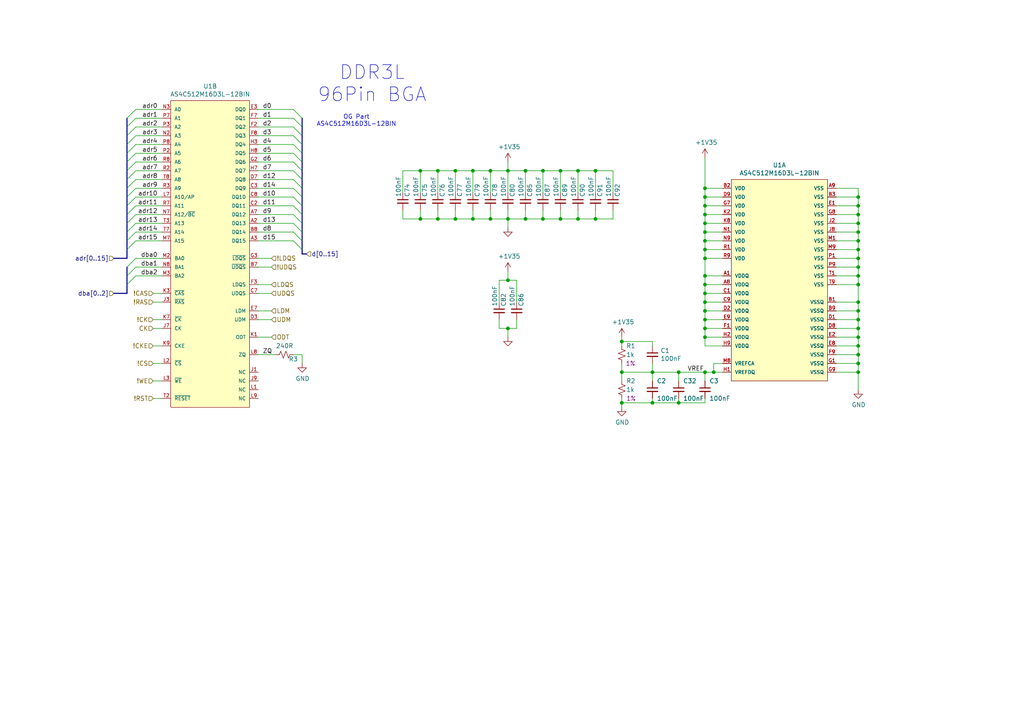
<source format=kicad_sch>
(kicad_sch (version 20231120) (generator "eeschema") (generator_version "8.0")
  (paper "A4")
  (title_block (title "Wifi Wart NFF") (rev "R0.1") (company "Interrupt Labs"))
  (lib_symbols
    (symbol "AS4C512M16D3L:AS4C512M16D3L-12BIN" (pin_names (offset 1.016))
      (property "Reference" "U" (at 0 5.08 0))
      (property "Value" "AS4C512M16D3L-12BIN" (at 0 7.62 0))
      (symbol "AS4C512M16D3L-12BIN_1_1"
        (rectangle (start 5.08 2.54) (end 33.02 -55.88) (fill (type background)))
        (pin power_in line (at 2.54 -25.4 0) (length 2.54) (name "VDDQ") (number "A1"))
        (pin power_in line (at 2.54 -27.94 0) (length 2.54) (name "VDDQ") (number "A8"))
        (pin power_in line (at 35.56 0 180) (length 2.54) (name "VSS") (number "A9"))
        (pin power_in line (at 35.56 -33.02 180) (length 2.54) (name "VSSQ") (number "B1"))
        (pin power_in line (at 2.54 0 0) (length 2.54) (name "VDD") (number "B2"))
        (pin power_in line (at 35.56 -2.54 180) (length 2.54) (name "VSS") (number "B3"))
        (pin power_in line (at 35.56 -35.56 180) (length 2.54) (name "VSSQ") (number "B9"))
        (pin power_in line (at 2.54 -30.48 0) (length 2.54) (name "VDDQ") (number "C1"))
        (pin power_in line (at 2.54 -33.02 0) (length 2.54) (name "VDDQ") (number "C9"))
        (pin power_in line (at 35.56 -38.1 180) (length 2.54) (name "VSSQ") (number "D1"))
        (pin power_in line (at 2.54 -35.56 0) (length 2.54) (name "VDDQ") (number "D2"))
        (pin power_in line (at 35.56 -40.64 180) (length 2.54) (name "VSSQ") (number "D8"))
        (pin power_in line (at 2.54 -2.54 0) (length 2.54) (name "VDD") (number "D9"))
        (pin power_in line (at 35.56 -5.08 180) (length 2.54) (name "VSS") (number "E1"))
        (pin power_in line (at 35.56 -43.18 180) (length 2.54) (name "VSSQ") (number "E2"))
        (pin power_in line (at 35.56 -45.72 180) (length 2.54) (name "VSSQ") (number "E8"))
        (pin power_in line (at 2.54 -38.1 0) (length 2.54) (name "VDDQ") (number "E9"))
        (pin power_in line (at 2.54 -40.64 0) (length 2.54) (name "VDDQ") (number "F1"))
        (pin power_in line (at 35.56 -48.26 180) (length 2.54) (name "VSSQ") (number "F9"))
        (pin power_in line (at 35.56 -50.8 180) (length 2.54) (name "VSSQ") (number "G1"))
        (pin power_in line (at 2.54 -5.08 0) (length 2.54) (name "VDD") (number "G7"))
        (pin power_in line (at 35.56 -7.62 180) (length 2.54) (name "VSS") (number "G8"))
        (pin power_in line (at 35.56 -53.34 180) (length 2.54) (name "VSSQ") (number "G9"))
        (pin power_in line (at 2.54 -53.34 0) (length 2.54) (name "VREFDQ") (number "H1"))
        (pin power_in line (at 2.54 -43.18 0) (length 2.54) (name "VDDQ") (number "H2"))
        (pin power_in line (at 2.54 -45.72 0) (length 2.54) (name "VDDQ") (number "H9"))
        (pin power_in line (at 35.56 -10.16 180) (length 2.54) (name "VSS") (number "J2"))
        (pin power_in line (at 35.56 -12.7 180) (length 2.54) (name "VSS") (number "J8"))
        (pin power_in line (at 2.54 -7.62 0) (length 2.54) (name "VDD") (number "K2"))
        (pin power_in line (at 2.54 -10.16 0) (length 2.54) (name "VDD") (number "K8"))
        (pin power_in line (at 35.56 -15.24 180) (length 2.54) (name "VSS") (number "M1"))
        (pin power_in line (at 2.54 -50.8 0) (length 2.54) (name "VREFCA") (number "M8"))
        (pin power_in line (at 35.56 -17.78 180) (length 2.54) (name "VSS") (number "M9"))
        (pin power_in line (at 2.54 -12.7 0) (length 2.54) (name "VDD") (number "N1"))
        (pin power_in line (at 2.54 -15.24 0) (length 2.54) (name "VDD") (number "N9"))
        (pin power_in line (at 35.56 -20.32 180) (length 2.54) (name "VSS") (number "P1"))
        (pin power_in line (at 35.56 -22.86 180) (length 2.54) (name "VSS") (number "P9"))
        (pin power_in line (at 2.54 -17.78 0) (length 2.54) (name "VDD") (number "R1"))
        (pin power_in line (at 2.54 -20.32 0) (length 2.54) (name "VDD") (number "R9"))
        (pin power_in line (at 35.56 -25.4 180) (length 2.54) (name "VSS") (number "T1"))
        (pin power_in line (at 35.56 -27.94 180) (length 2.54) (name "VSS") (number "T9"))
      )
      (symbol "AS4C512M16D3L-12BIN_2_1"
        (rectangle (start 5.08 2.54) (end 27.94 -86.36) (fill (type background)))
        (pin bidirectional line (at 30.48 -33.02 180) (length 2.54) (name "DQ13") (number "A2"))
        (pin bidirectional line (at 30.48 -38.1 180) (length 2.54) (name "DQ15") (number "A3"))
        (pin bidirectional line (at 30.48 -30.48 180) (length 2.54) (name "DQ12") (number "A7"))
        (pin bidirectional line (at 30.48 -45.72 180) (length 2.54) (name "~{UDQS}") (number "B7"))
        (pin bidirectional line (at 30.48 -35.56 180) (length 2.54) (name "DQ14") (number "B8"))
        (pin bidirectional line (at 30.48 -27.94 180) (length 2.54) (name "DQ11") (number "C2"))
        (pin bidirectional line (at 30.48 -22.86 180) (length 2.54) (name "DQ9") (number "C3"))
        (pin bidirectional line (at 30.48 -53.34 180) (length 2.54) (name "UDQS") (number "C7"))
        (pin bidirectional line (at 30.48 -25.4 180) (length 2.54) (name "DQ10") (number "C8"))
        (pin input line (at 30.48 -60.96 180) (length 2.54) (name "UDM") (number "D3"))
        (pin bidirectional line (at 30.48 -20.32 180) (length 2.54) (name "DQ8") (number "D7"))
        (pin bidirectional line (at 30.48 0 180) (length 2.54) (name "DQ0") (number "E3"))
        (pin input line (at 30.48 -58.42 180) (length 2.54) (name "LDM") (number "E7"))
        (pin bidirectional line (at 30.48 -5.08 180) (length 2.54) (name "DQ2") (number "F2"))
        (pin bidirectional line (at 30.48 -50.8 180) (length 2.54) (name "LDQS") (number "F3"))
        (pin bidirectional line (at 30.48 -2.54 180) (length 2.54) (name "DQ1") (number "F7"))
        (pin bidirectional line (at 30.48 -7.62 180) (length 2.54) (name "DQ3") (number "F8"))
        (pin bidirectional line (at 30.48 -15.24 180) (length 2.54) (name "DQ6") (number "G2"))
        (pin bidirectional line (at 30.48 -43.18 180) (length 2.54) (name "~{LDQS}") (number "G3"))
        (pin bidirectional line (at 30.48 -10.16 180) (length 2.54) (name "DQ4") (number "H3"))
        (pin bidirectional line (at 30.48 -17.78 180) (length 2.54) (name "DQ7") (number "H7"))
        (pin bidirectional line (at 30.48 -12.7 180) (length 2.54) (name "DQ5") (number "H8"))
        (pin passive line (at 30.48 -76.2 180) (length 2.54) (name "NC") (number "J1"))
        (pin input line (at 2.54 -55.88 0) (length 2.54) (name "~{RAS}") (number "J3"))
        (pin input line (at 2.54 -63.5 0) (length 2.54) (name "CK") (number "J7"))
        (pin passive line (at 30.48 -78.74 180) (length 2.54) (name "NC") (number "J9"))
        (pin input line (at 30.48 -66.04 180) (length 2.54) (name "ODT") (number "K1"))
        (pin input line (at 2.54 -53.34 0) (length 2.54) (name "~{CAS}") (number "K3"))
        (pin input line (at 2.54 -60.96 0) (length 2.54) (name "~{CK}") (number "K7"))
        (pin input line (at 2.54 -68.58 0) (length 2.54) (name "CKE") (number "K9"))
        (pin passive line (at 30.48 -81.28 180) (length 2.54) (name "NC") (number "L1"))
        (pin input line (at 2.54 -73.66 0) (length 2.54) (name "~{CS}") (number "L2"))
        (pin input line (at 2.54 -78.74 0) (length 2.54) (name "~{WE}") (number "L3"))
        (pin input line (at 2.54 -25.4 0) (length 2.54) (name "A10/AP") (number "L7"))
        (pin passive line (at 30.48 -71.12 180) (length 2.54) (name "ZQ") (number "L8"))
        (pin passive line (at 30.48 -83.82 180) (length 2.54) (name "NC") (number "L9"))
        (pin input line (at 2.54 -43.18 0) (length 2.54) (name "BA0") (number "M2"))
        (pin input line (at 2.54 -48.26 0) (length 2.54) (name "BA2") (number "M3"))
        (pin input line (at 2.54 -38.1 0) (length 2.54) (name "A15") (number "M7"))
        (pin input line (at 2.54 -7.62 0) (length 2.54) (name "A3") (number "N2"))
        (pin input line (at 2.54 0 0) (length 2.54) (name "A0") (number "N3"))
        (pin input line (at 2.54 -30.48 0) (length 2.54) (name "A12/~{BC}") (number "N7"))
        (pin input line (at 2.54 -45.72 0) (length 2.54) (name "BA1") (number "N8"))
        (pin input line (at 2.54 -12.7 0) (length 2.54) (name "A5") (number "P2"))
        (pin input line (at 2.54 -5.08 0) (length 2.54) (name "A2") (number "P3"))
        (pin input line (at 2.54 -2.54 0) (length 2.54) (name "A1") (number "P7"))
        (pin input line (at 2.54 -10.16 0) (length 2.54) (name "A4") (number "P8"))
        (pin input line (at 2.54 -17.78 0) (length 2.54) (name "A7") (number "R2"))
        (pin input line (at 2.54 -22.86 0) (length 2.54) (name "A9") (number "R3"))
        (pin input line (at 2.54 -27.94 0) (length 2.54) (name "A11") (number "R7"))
        (pin input line (at 2.54 -15.24 0) (length 2.54) (name "A6") (number "R8"))
        (pin input line (at 2.54 -83.82 0) (length 2.54) (name "~{RESET}") (number "T2"))
        (pin input line (at 2.54 -33.02 0) (length 2.54) (name "A13") (number "T3"))
        (pin input line (at 2.54 -35.56 0) (length 2.54) (name "A14") (number "T7"))
        (pin input line (at 2.54 -20.32 0) (length 2.54) (name "A8") (number "T8"))
      )
    )
    (symbol "Device:C_Small" (pin_numbers hide) (pin_names (offset 0.254) hide)
      (property "Reference" "C" (at 0.254 1.778 0))
      (property "Value" "C_Small" (at 0.254 -2.032 0))
      (symbol "C_Small_0_1"
        (polyline (pts (xy -1.524 -0.508) (xy 1.524 -0.508)) (stroke (width 0.3302)))
        (polyline (pts (xy -1.524 0.508) (xy 1.524 0.508)) (stroke (width 0.3048)))
      )
      (symbol "C_Small_1_1"
        (pin passive line (at 0 2.54 270) (length 2.032) (name "~") (number "1"))
        (pin passive line (at 0 -2.54 90) (length 2.032) (name "~") (number "2"))
      )
    )
    (symbol "Device:R_Small_US" (pin_numbers hide) (pin_names (offset 0.254) hide)
      (property "Reference" "R" (at 0.762 0.508 0))
      (property "Value" "R_Small_US" (at 0.762 -1.016 0))
      (symbol "R_Small_US_1_1"
        (polyline (pts (xy 0 0) (xy 1.016 -0.381) (xy 0 -0.762) (xy -1.016 -1.143) (xy 0 -1.524)))
        (polyline (pts (xy 0 1.524) (xy 1.016 1.143) (xy 0 0.762) (xy -1.016 0.381) (xy 0 0)))
        (pin passive line (at 0 2.54 270) (length 1.016) (name "~") (number "1"))
        (pin passive line (at 0 -2.54 90) (length 1.016) (name "~") (number "2"))
      )
    )
    (symbol "hardware-rescue:+1V35-power" (power) (pin_names (offset 0))
      (property "Value" "power_+1V35" (at 0 3.556 0))
      (symbol "+1V35-power_0_1"
        (polyline (pts (xy -0.762 1.27) (xy 0 2.54)))
        (polyline (pts (xy 0 0) (xy 0 2.54)))
        (polyline (pts (xy 0 2.54) (xy 0.762 1.27)))
      )
      (symbol "+1V35-power_1_1"
        (pin power_in line (at 0 0 90) (length 0) hide (name "+1V35") (number "1"))
      )
    )
    (symbol "hardware-rescue:GND-power" (power) (pin_names (offset 0))
      (property "Value" "power_GND" (at 0 -3.81 0))
      (symbol "GND-power_0_1"
        (polyline (pts (xy 0 0) (xy 0 -1.27) (xy 1.27 -1.27) (xy 0 -2.54) (xy -1.27 -1.27) (xy 0 -1.27)))
      )
      (symbol "GND-power_1_1"
        (pin power_in line (at 0 0 270) (length 0) hide (name "GND") (number "1"))
      )
    )
  )
  (junction (at 204.47 59.69))
  (junction (at 248.92 74.93))
  (junction (at 204.47 92.71))
  (junction (at 147.32 95.25))
  (junction (at 142.24 63.5))
  (junction (at 204.47 85.09))
  (junction (at 204.47 62.23))
  (junction (at 162.56 49.53))
  (junction (at 132.08 49.53))
  (junction (at 248.92 97.79))
  (junction (at 204.47 74.93))
  (junction (at 248.92 57.15))
  (junction (at 204.47 67.31))
  (junction (at 204.47 90.17))
  (junction (at 152.4 49.53))
  (junction (at 248.92 107.95))
  (junction (at 204.47 107.95))
  (junction (at 248.92 59.69))
  (junction (at 248.92 80.01))
  (junction (at 147.32 49.53))
  (junction (at 248.92 64.77))
  (junction (at 142.24 49.53))
  (junction (at 172.72 63.5))
  (junction (at 204.47 95.25))
  (junction (at 180.34 116.84))
  (junction (at 204.47 72.39))
  (junction (at 248.92 72.39))
  (junction (at 248.92 92.71))
  (junction (at 167.64 49.53))
  (junction (at 121.92 63.5))
  (junction (at 248.92 102.87))
  (junction (at 196.85 107.95))
  (junction (at 157.48 63.5))
  (junction (at 204.47 64.77))
  (junction (at 137.16 49.53))
  (junction (at 157.48 49.53))
  (junction (at 127 63.5))
  (junction (at 248.92 69.85))
  (junction (at 137.16 63.5))
  (junction (at 248.92 77.47))
  (junction (at 152.4 63.5))
  (junction (at 204.47 54.61))
  (junction (at 248.92 67.31))
  (junction (at 207.01 107.95))
  (junction (at 248.92 82.55))
  (junction (at 180.34 99.06))
  (junction (at 204.47 82.55))
  (junction (at 248.92 100.33))
  (junction (at 204.47 87.63))
  (junction (at 248.92 95.25))
  (junction (at 162.56 63.5))
  (junction (at 167.64 63.5))
  (junction (at 180.34 107.95))
  (junction (at 248.92 87.63))
  (junction (at 189.23 116.84))
  (junction (at 132.08 63.5))
  (junction (at 147.32 81.28))
  (junction (at 248.92 90.17))
  (junction (at 189.23 107.95))
  (junction (at 196.85 116.84))
  (junction (at 127 49.53))
  (junction (at 172.72 49.53))
  (junction (at 248.92 62.23))
  (junction (at 204.47 97.79))
  (junction (at 204.47 57.15))
  (junction (at 147.32 63.5))
  (junction (at 121.92 49.53))
  (junction (at 248.92 105.41))
  (junction (at 204.47 69.85))
  (junction (at 204.47 80.01))
  (bus_entry (at 85.09 49.53) (size 2.54 2.54))
  (bus_entry (at 85.09 69.85) (size 2.54 2.54))
  (bus_entry (at 85.09 67.31) (size 2.54 2.54))
  (bus_entry (at 85.09 64.77) (size 2.54 2.54))
  (bus_entry (at 85.09 46.99) (size 2.54 2.54))
  (bus_entry (at 85.09 36.83) (size 2.54 2.54))
  (bus_entry (at 85.09 41.91) (size 2.54 2.54))
  (bus_entry (at 85.09 59.69) (size 2.54 2.54))
  (bus_entry (at 39.37 31.75) (size -2.54 2.54))
  (bus_entry (at 39.37 46.99) (size -2.54 2.54))
  (bus_entry (at 85.09 34.29) (size 2.54 2.54))
  (bus_entry (at 85.09 31.75) (size 2.54 2.54))
  (bus_entry (at 85.09 57.15) (size 2.54 2.54))
  (bus_entry (at 39.37 44.45) (size -2.54 2.54))
  (bus_entry (at 39.37 64.77) (size -2.54 2.54))
  (bus_entry (at 39.37 62.23) (size -2.54 2.54))
  (bus_entry (at 39.37 77.47) (size -2.54 2.54))
  (bus_entry (at 39.37 36.83) (size -2.54 2.54))
  (bus_entry (at 85.09 54.61) (size 2.54 2.54))
  (bus_entry (at 85.09 52.07) (size 2.54 2.54))
  (bus_entry (at 39.37 67.31) (size -2.54 2.54))
  (bus_entry (at 85.09 62.23) (size 2.54 2.54))
  (bus_entry (at 39.37 41.91) (size -2.54 2.54))
  (bus_entry (at 39.37 39.37) (size -2.54 2.54))
  (bus_entry (at 85.09 44.45) (size 2.54 2.54))
  (bus_entry (at 39.37 59.69) (size -2.54 2.54))
  (bus_entry (at 36.83 72.39) (size 2.54 -2.54))
  (bus_entry (at 39.37 52.07) (size -2.54 2.54))
  (bus_entry (at 39.37 57.15) (size -2.54 2.54))
  (bus_entry (at 39.37 80.01) (size -2.54 2.54))
  (bus_entry (at 39.37 54.61) (size -2.54 2.54))
  (bus_entry (at 39.37 74.93) (size -2.54 2.54))
  (bus_entry (at 85.09 39.37) (size 2.54 2.54))
  (bus_entry (at 39.37 49.53) (size -2.54 2.54))
  (bus_entry (at 39.37 34.29) (size -2.54 2.54))
  (wire (pts (xy 209.55 95.25) (xy 204.47 95.25)))
  (wire (pts (xy 127 63.5) (xy 132.08 63.5)))
  (wire (pts (xy 132.08 63.5) (xy 137.16 63.5)))
  (wire (pts (xy 248.92 82.55) (xy 248.92 87.63)))
  (wire (pts (xy 242.57 92.71) (xy 248.92 92.71)))
  (wire (pts (xy 209.55 100.33) (xy 204.47 100.33)))
  (wire (pts (xy 44.45 110.49) (xy 46.99 110.49)))
  (wire (pts (xy 85.09 36.83) (xy 74.93 36.83)))
  (wire (pts (xy 204.47 59.69) (xy 204.47 57.15)))
  (wire (pts (xy 85.09 57.15) (xy 74.93 57.15)))
  (bus (pts (xy 36.83 62.23) (xy 36.83 64.77)))
  (wire (pts (xy 157.48 55.88) (xy 157.48 49.53)))
  (wire (pts (xy 46.99 100.33) (xy 44.45 100.33)))
  (wire (pts (xy 248.92 105.41) (xy 248.92 107.95)))
  (wire (pts (xy 121.92 63.5) (xy 127 63.5)))
  (bus (pts (xy 87.63 54.61) (xy 87.63 57.15)))
  (wire (pts (xy 46.99 85.09) (xy 44.45 85.09)))
  (wire (pts (xy 248.92 69.85) (xy 248.92 72.39)))
  (wire (pts (xy 147.32 95.25) (xy 147.32 97.79)))
  (wire (pts (xy 209.55 67.31) (xy 204.47 67.31)))
  (wire (pts (xy 209.55 59.69) (xy 204.47 59.69)))
  (wire (pts (xy 248.92 72.39) (xy 248.92 74.93)))
  (wire (pts (xy 180.34 110.49) (xy 180.34 107.95)))
  (bus (pts (xy 87.63 62.23) (xy 87.63 64.77)))
  (wire (pts (xy 39.37 34.29) (xy 46.99 34.29)))
  (wire (pts (xy 248.92 90.17) (xy 248.92 92.71)))
  (wire (pts (xy 157.48 49.53) (xy 162.56 49.53)))
  (wire (pts (xy 204.47 54.61) (xy 204.47 45.72)))
  (wire (pts (xy 85.09 31.75) (xy 74.93 31.75)))
  (bus (pts (xy 36.83 36.83) (xy 36.83 39.37)))
  (wire (pts (xy 209.55 57.15) (xy 204.47 57.15)))
  (wire (pts (xy 152.4 63.5) (xy 147.32 63.5)))
  (wire (pts (xy 248.92 80.01) (xy 248.92 82.55)))
  (wire (pts (xy 248.92 100.33) (xy 248.92 102.87)))
  (wire (pts (xy 144.78 92.71) (xy 144.78 95.25)))
  (wire (pts (xy 87.63 102.87) (xy 87.63 105.41)))
  (wire (pts (xy 177.8 63.5) (xy 172.72 63.5)))
  (wire (pts (xy 248.92 92.71) (xy 248.92 95.25)))
  (wire (pts (xy 189.23 99.06) (xy 180.34 99.06)))
  (wire (pts (xy 142.24 60.96) (xy 142.24 63.5)))
  (wire (pts (xy 248.92 67.31) (xy 248.92 69.85)))
  (wire (pts (xy 152.4 55.88) (xy 152.4 49.53)))
  (wire (pts (xy 172.72 49.53) (xy 177.8 49.53)))
  (wire (pts (xy 85.09 39.37) (xy 74.93 39.37)))
  (wire (pts (xy 162.56 55.88) (xy 162.56 49.53)))
  (wire (pts (xy 39.37 31.75) (xy 46.99 31.75)))
  (wire (pts (xy 142.24 63.5) (xy 147.32 63.5)))
  (wire (pts (xy 209.55 54.61) (xy 204.47 54.61)))
  (wire (pts (xy 78.74 74.93) (xy 74.93 74.93)))
  (bus (pts (xy 36.83 41.91) (xy 36.83 44.45)))
  (wire (pts (xy 172.72 55.88) (xy 172.72 49.53)))
  (wire (pts (xy 157.48 63.5) (xy 152.4 63.5)))
  (wire (pts (xy 44.45 115.57) (xy 46.99 115.57)))
  (wire (pts (xy 196.85 116.84) (xy 189.23 116.84)))
  (wire (pts (xy 147.32 81.28) (xy 147.32 78.74)))
  (wire (pts (xy 248.92 74.93) (xy 248.92 77.47)))
  (wire (pts (xy 85.09 102.87) (xy 87.63 102.87)))
  (wire (pts (xy 39.37 39.37) (xy 46.99 39.37)))
  (bus (pts (xy 87.63 34.29) (xy 87.63 36.83)))
  (wire (pts (xy 46.99 95.25) (xy 44.45 95.25)))
  (bus (pts (xy 87.63 72.39) (xy 87.63 73.66)))
  (wire (pts (xy 248.92 62.23) (xy 248.92 64.77)))
  (wire (pts (xy 127 49.53) (xy 132.08 49.53)))
  (wire (pts (xy 74.93 97.79) (xy 78.74 97.79)))
  (wire (pts (xy 149.86 92.71) (xy 149.86 95.25)))
  (wire (pts (xy 121.92 55.88) (xy 121.92 49.53)))
  (wire (pts (xy 85.09 62.23) (xy 74.93 62.23)))
  (wire (pts (xy 147.32 81.28) (xy 149.86 81.28)))
  (wire (pts (xy 177.8 63.5) (xy 177.8 60.96)))
  (wire (pts (xy 204.47 82.55) (xy 204.47 80.01)))
  (wire (pts (xy 172.72 60.96) (xy 172.72 63.5)))
  (wire (pts (xy 177.8 49.53) (xy 177.8 55.88)))
  (wire (pts (xy 204.47 107.95) (xy 207.01 107.95)))
  (wire (pts (xy 204.47 90.17) (xy 204.47 87.63)))
  (wire (pts (xy 204.47 62.23) (xy 204.47 59.69)))
  (wire (pts (xy 196.85 115.57) (xy 196.85 116.84)))
  (wire (pts (xy 78.74 92.71) (xy 74.93 92.71)))
  (wire (pts (xy 46.99 87.63) (xy 44.45 87.63)))
  (wire (pts (xy 189.23 105.41) (xy 189.23 107.95)))
  (wire (pts (xy 142.24 55.88) (xy 142.24 49.53)))
  (bus (pts (xy 87.63 57.15) (xy 87.63 59.69)))
  (wire (pts (xy 39.37 62.23) (xy 46.99 62.23)))
  (wire (pts (xy 137.16 63.5) (xy 142.24 63.5)))
  (bus (pts (xy 36.83 67.31) (xy 36.83 69.85)))
  (wire (pts (xy 204.47 97.79) (xy 204.47 95.25)))
  (wire (pts (xy 172.72 63.5) (xy 167.64 63.5)))
  (wire (pts (xy 242.57 97.79) (xy 248.92 97.79)))
  (wire (pts (xy 39.37 59.69) (xy 46.99 59.69)))
  (wire (pts (xy 204.47 110.49) (xy 204.47 107.95)))
  (bus (pts (xy 36.83 77.47) (xy 36.83 80.01)))
  (wire (pts (xy 167.64 55.88) (xy 167.64 49.53)))
  (wire (pts (xy 204.47 67.31) (xy 204.47 64.77)))
  (wire (pts (xy 248.92 72.39) (xy 242.57 72.39)))
  (bus (pts (xy 36.83 39.37) (xy 36.83 41.91)))
  (wire (pts (xy 85.09 52.07) (xy 74.93 52.07)))
  (bus (pts (xy 87.63 36.83) (xy 87.63 39.37)))
  (bus (pts (xy 36.83 34.29) (xy 36.83 36.83)))
  (wire (pts (xy 137.16 49.53) (xy 142.24 49.53)))
  (wire (pts (xy 39.37 57.15) (xy 46.99 57.15)))
  (wire (pts (xy 209.55 82.55) (xy 204.47 82.55)))
  (wire (pts (xy 204.47 87.63) (xy 204.47 85.09)))
  (bus (pts (xy 36.83 49.53) (xy 36.83 52.07)))
  (wire (pts (xy 209.55 64.77) (xy 204.47 64.77)))
  (wire (pts (xy 242.57 74.93) (xy 248.92 74.93)))
  (wire (pts (xy 189.23 100.33) (xy 189.23 99.06)))
  (wire (pts (xy 39.37 36.83) (xy 46.99 36.83)))
  (wire (pts (xy 85.09 34.29) (xy 74.93 34.29)))
  (wire (pts (xy 85.09 69.85) (xy 74.93 69.85)))
  (wire (pts (xy 85.09 44.45) (xy 74.93 44.45)))
  (wire (pts (xy 85.09 59.69) (xy 74.93 59.69)))
  (wire (pts (xy 116.84 55.88) (xy 116.84 49.53)))
  (wire (pts (xy 204.47 64.77) (xy 204.47 62.23)))
  (wire (pts (xy 147.32 95.25) (xy 149.86 95.25)))
  (wire (pts (xy 207.01 107.95) (xy 209.55 107.95)))
  (wire (pts (xy 209.55 92.71) (xy 204.47 92.71)))
  (wire (pts (xy 189.23 115.57) (xy 189.23 116.84)))
  (wire (pts (xy 85.09 54.61) (xy 74.93 54.61)))
  (wire (pts (xy 196.85 107.95) (xy 196.85 110.49)))
  (wire (pts (xy 242.57 100.33) (xy 248.92 100.33)))
  (wire (pts (xy 85.09 41.91) (xy 74.93 41.91)))
  (wire (pts (xy 209.55 80.01) (xy 204.47 80.01)))
  (wire (pts (xy 152.4 60.96) (xy 152.4 63.5)))
  (wire (pts (xy 204.47 85.09) (xy 204.47 82.55)))
  (wire (pts (xy 46.99 74.93) (xy 39.37 74.93)))
  (wire (pts (xy 39.37 46.99) (xy 46.99 46.99)))
  (wire (pts (xy 204.47 92.71) (xy 204.47 90.17)))
  (wire (pts (xy 132.08 49.53) (xy 137.16 49.53)))
  (bus (pts (xy 87.63 49.53) (xy 87.63 52.07)))
  (wire (pts (xy 242.57 90.17) (xy 248.92 90.17)))
  (wire (pts (xy 116.84 60.96) (xy 116.84 63.5)))
  (wire (pts (xy 39.37 44.45) (xy 46.99 44.45)))
  (wire (pts (xy 242.57 95.25) (xy 248.92 95.25)))
  (wire (pts (xy 137.16 55.88) (xy 137.16 49.53)))
  (wire (pts (xy 144.78 95.25) (xy 147.32 95.25)))
  (wire (pts (xy 242.57 107.95) (xy 248.92 107.95)))
  (wire (pts (xy 147.32 49.53) (xy 152.4 49.53)))
  (wire (pts (xy 147.32 49.53) (xy 147.32 46.99)))
  (bus (pts (xy 87.63 44.45) (xy 87.63 46.99)))
  (wire (pts (xy 116.84 63.5) (xy 121.92 63.5)))
  (bus (pts (xy 36.83 46.99) (xy 36.83 49.53)))
  (wire (pts (xy 204.47 100.33) (xy 204.47 97.79)))
  (wire (pts (xy 196.85 107.95) (xy 204.47 107.95)))
  (wire (pts (xy 209.55 105.41) (xy 207.01 105.41)))
  (wire (pts (xy 147.32 49.53) (xy 147.32 55.88)))
  (bus (pts (xy 87.63 73.66) (xy 88.9 73.66)))
  (wire (pts (xy 248.92 97.79) (xy 248.92 100.33)))
  (wire (pts (xy 209.55 97.79) (xy 204.47 97.79)))
  (bus (pts (xy 87.63 39.37) (xy 87.63 41.91)))
  (wire (pts (xy 248.92 59.69) (xy 248.92 62.23)))
  (wire (pts (xy 180.34 115.57) (xy 180.34 116.84)))
  (wire (pts (xy 144.78 81.28) (xy 147.32 81.28)))
  (bus (pts (xy 87.63 67.31) (xy 87.63 69.85)))
  (wire (pts (xy 85.09 64.77) (xy 74.93 64.77)))
  (wire (pts (xy 204.47 115.57) (xy 204.47 116.84)))
  (wire (pts (xy 189.23 107.95) (xy 180.34 107.95)))
  (wire (pts (xy 85.09 46.99) (xy 74.93 46.99)))
  (wire (pts (xy 152.4 49.53) (xy 157.48 49.53)))
  (wire (pts (xy 137.16 60.96) (xy 137.16 63.5)))
  (wire (pts (xy 204.47 57.15) (xy 204.47 54.61)))
  (wire (pts (xy 39.37 69.85) (xy 46.99 69.85)))
  (wire (pts (xy 209.55 85.09) (xy 204.47 85.09)))
  (wire (pts (xy 85.09 49.53) (xy 74.93 49.53)))
  (wire (pts (xy 242.57 77.47) (xy 248.92 77.47)))
  (wire (pts (xy 248.92 77.47) (xy 248.92 80.01)))
  (wire (pts (xy 162.56 60.96) (xy 162.56 63.5)))
  (wire (pts (xy 132.08 55.88) (xy 132.08 49.53)))
  (wire (pts (xy 242.57 102.87) (xy 248.92 102.87)))
  (wire (pts (xy 78.74 82.55) (xy 74.93 82.55)))
  (wire (pts (xy 248.92 64.77) (xy 248.92 67.31)))
  (bus (pts (xy 36.83 64.77) (xy 36.83 67.31)))
  (wire (pts (xy 147.32 66.04) (xy 147.32 63.5)))
  (bus (pts (xy 87.63 64.77) (xy 87.63 67.31)))
  (wire (pts (xy 121.92 60.96) (xy 121.92 63.5)))
  (bus (pts (xy 36.83 44.45) (xy 36.83 46.99)))
  (wire (pts (xy 78.74 85.09) (xy 74.93 85.09)))
  (wire (pts (xy 207.01 105.41) (xy 207.01 107.95)))
  (wire (pts (xy 142.24 49.53) (xy 147.32 49.53)))
  (wire (pts (xy 242.57 69.85) (xy 248.92 69.85)))
  (bus (pts (xy 36.83 54.61) (xy 36.83 57.15)))
  (bus (pts (xy 36.83 59.69) (xy 36.83 62.23)))
  (wire (pts (xy 248.92 102.87) (xy 248.92 105.41)))
  (bus (pts (xy 36.83 52.07) (xy 36.83 54.61)))
  (wire (pts (xy 85.09 67.31) (xy 74.93 67.31)))
  (wire (pts (xy 204.47 74.93) (xy 204.47 72.39)))
  (wire (pts (xy 242.57 80.01) (xy 248.92 80.01)))
  (wire (pts (xy 209.55 74.93) (xy 204.47 74.93)))
  (wire (pts (xy 121.92 49.53) (xy 127 49.53)))
  (wire (pts (xy 127 55.88) (xy 127 49.53)))
  (wire (pts (xy 209.55 69.85) (xy 204.47 69.85)))
  (wire (pts (xy 180.34 107.95) (xy 180.34 105.41)))
  (bus (pts (xy 87.63 41.91) (xy 87.63 44.45)))
  (wire (pts (xy 39.37 54.61) (xy 46.99 54.61)))
  (wire (pts (xy 209.55 90.17) (xy 204.47 90.17)))
  (wire (pts (xy 39.37 52.07) (xy 46.99 52.07)))
  (wire (pts (xy 204.47 80.01) (xy 204.47 74.93)))
  (wire (pts (xy 78.74 90.17) (xy 74.93 90.17)))
  (wire (pts (xy 147.32 63.5) (xy 147.32 60.96)))
  (wire (pts (xy 248.92 95.25) (xy 248.92 97.79)))
  (wire (pts (xy 162.56 63.5) (xy 157.48 63.5)))
  (wire (pts (xy 209.55 72.39) (xy 204.47 72.39)))
  (wire (pts (xy 248.92 59.69) (xy 242.57 59.69)))
  (wire (pts (xy 46.99 105.41) (xy 44.45 105.41)))
  (wire (pts (xy 204.47 95.25) (xy 204.47 92.71)))
  (wire (pts (xy 189.23 116.84) (xy 180.34 116.84)))
  (bus (pts (xy 36.83 69.85) (xy 36.83 72.39)))
  (wire (pts (xy 242.57 54.61) (xy 248.92 54.61)))
  (wire (pts (xy 209.55 87.63) (xy 204.47 87.63)))
  (bus (pts (xy 36.83 85.09) (xy 33.02 85.09)))
  (wire (pts (xy 242.57 87.63) (xy 248.92 87.63)))
  (wire (pts (xy 248.92 107.95) (xy 248.92 113.03)))
  (bus (pts (xy 87.63 69.85) (xy 87.63 72.39)))
  (wire (pts (xy 189.23 107.95) (xy 196.85 107.95)))
  (bus (pts (xy 36.83 82.55) (xy 36.83 85.09)))
  (wire (pts (xy 132.08 60.96) (xy 132.08 63.5)))
  (wire (pts (xy 242.57 82.55) (xy 248.92 82.55)))
  (wire (pts (xy 144.78 87.63) (xy 144.78 81.28)))
  (wire (pts (xy 204.47 116.84) (xy 196.85 116.84)))
  (wire (pts (xy 127 60.96) (xy 127 63.5)))
  (wire (pts (xy 39.37 67.31) (xy 46.99 67.31)))
  (wire (pts (xy 78.74 77.47) (xy 74.93 77.47)))
  (bus (pts (xy 36.83 57.15) (xy 36.83 59.69)))
  (wire (pts (xy 46.99 92.71) (xy 44.45 92.71)))
  (wire (pts (xy 242.57 67.31) (xy 248.92 67.31)))
  (wire (pts (xy 39.37 64.77) (xy 46.99 64.77)))
  (bus (pts (xy 36.83 72.39) (xy 36.83 74.93)))
  (wire (pts (xy 180.34 99.06) (xy 180.34 97.79)))
  (wire (pts (xy 116.84 49.53) (xy 121.92 49.53)))
  (wire (pts (xy 46.99 80.01) (xy 39.37 80.01)))
  (bus (pts (xy 87.63 59.69) (xy 87.63 62.23)))
  (wire (pts (xy 149.86 87.63) (xy 149.86 81.28)))
  (bus (pts (xy 36.83 74.93) (xy 33.02 74.93)))
  (wire (pts (xy 39.37 49.53) (xy 46.99 49.53)))
  (wire (pts (xy 242.57 105.41) (xy 248.92 105.41)))
  (wire (pts (xy 242.57 62.23) (xy 248.92 62.23)))
  (wire (pts (xy 180.34 100.33) (xy 180.34 99.06)))
  (bus (pts (xy 87.63 52.07) (xy 87.63 54.61)))
  (wire (pts (xy 204.47 69.85) (xy 204.47 67.31)))
  (wire (pts (xy 46.99 77.47) (xy 39.37 77.47)))
  (wire (pts (xy 180.34 116.84) (xy 180.34 118.11)))
  (wire (pts (xy 39.37 41.91) (xy 46.99 41.91)))
  (wire (pts (xy 248.92 87.63) (xy 248.92 90.17)))
  (wire (pts (xy 248.92 54.61) (xy 248.92 57.15)))
  (wire (pts (xy 167.64 49.53) (xy 172.72 49.53)))
  (wire (pts (xy 242.57 57.15) (xy 248.92 57.15)))
  (wire (pts (xy 242.57 64.77) (xy 248.92 64.77)))
  (wire (pts (xy 162.56 49.53) (xy 167.64 49.53)))
  (wire (pts (xy 209.55 62.23) (xy 204.47 62.23)))
  (wire (pts (xy 248.92 57.15) (xy 248.92 59.69)))
  (bus (pts (xy 87.63 46.99) (xy 87.63 49.53)))
  (wire (pts (xy 167.64 63.5) (xy 162.56 63.5)))
  (wire (pts (xy 167.64 60.96) (xy 167.64 63.5)))
  (bus (pts (xy 36.83 80.01) (xy 36.83 82.55)))
  (wire (pts (xy 80.01 102.87) (xy 74.93 102.87)))
  (wire (pts (xy 157.48 60.96) (xy 157.48 63.5)))
  (wire (pts (xy 204.47 72.39) (xy 204.47 69.85)))
  (wire (pts (xy 189.23 107.95) (xy 189.23 110.49)))
  (text "OG Part\nAS4C512M16D3L-12BIN" (at 103.378 35.052 0) (effects (font (size 1.27 1.27))))
  (text "DDR3L\n96Pin BGA" (at 107.95 24.384 0) (effects (font (size 4 4))))
  (label "adr12" (at 45.72 62.23 180))
  (label "adr3" (at 45.72 39.37 180))
  (label "adr4" (at 45.72 41.91 180))
  (label "d7" (at 76.2 49.53 0))
  (label "d3" (at 76.2 39.37 0))
  (label "d1" (at 76.2 34.29 0))
  (label "adr14" (at 45.72 67.31 180))
  (label "d9" (at 76.2 62.23 0))
  (label "adr8" (at 45.72 52.07 180))
  (label "dba2" (at 45.72 80.01 180))
  (label "adr5" (at 45.72 44.45 180))
  (label "adr10" (at 45.72 57.15 180))
  (label "d14" (at 76.2 54.61 0))
  (label "VREF" (at 199.39 107.95 0))
  (label "d4" (at 76.2 41.91 0))
  (label "d2" (at 76.2 36.83 0))
  (label "adr9" (at 45.72 54.61 180))
  (label "d6" (at 76.2 46.99 0))
  (label "adr6" (at 45.72 46.99 180))
  (label "d0" (at 76.2 31.75 0))
  (label "d15" (at 76.2 69.85 0))
  (label "adr2" (at 45.72 36.83 180))
  (label "dba1" (at 45.72 77.47 180))
  (label "adr0" (at 45.72 31.75 180))
  (label "d8" (at 76.2 67.31 0))
  (label "d5" (at 76.2 44.45 0))
  (label "adr1" (at 45.72 34.29 180))
  (label "adr7" (at 45.72 49.53 180))
  (label "d13" (at 76.2 64.77 0))
  (label "adr13" (at 45.72 64.77 180))
  (label "adr15" (at 45.72 69.85 180))
  (label "d12" (at 76.2 52.07 0))
  (label "ZQ" (at 76.2 102.87 0))
  (label "d11" (at 76.2 59.69 0))
  (label "adr11" (at 45.72 59.69 180))
  (label "d10" (at 76.2 57.15 0))
  (label "dba0" (at 45.72 74.93 180))
  (hierarchical_label "!CS" (shape input) (at 44.45 105.41 180))
  (hierarchical_label "LDM" (shape input) (at 78.74 90.17 0))
  (hierarchical_label "!RST" (shape input) (at 44.45 115.57 180))
  (hierarchical_label "UDM" (shape input) (at 78.74 92.71 0))
  (hierarchical_label "dba[0..2]" (shape input) (at 33.02 85.09 180))
  (hierarchical_label "!CKE" (shape input) (at 44.45 100.33 180))
  (hierarchical_label "!CAS" (shape input) (at 44.45 85.09 180))
  (hierarchical_label "!UDQS" (shape input) (at 78.74 77.47 0))
  (hierarchical_label "!LDQS" (shape input) (at 78.74 74.93 0))
  (hierarchical_label "!RAS" (shape input) (at 44.45 87.63 180))
  (hierarchical_label "UDQS" (shape input) (at 78.74 85.09 0))
  (hierarchical_label "!CK" (shape input) (at 44.45 92.71 180))
  (hierarchical_label "ODT" (shape input) (at 78.74 97.79 0))
  (hierarchical_label "adr[0..15]" (shape input) (at 33.02 74.93 180))
  (hierarchical_label "d[0..15]" (shape input) (at 88.9 73.66 0))
  (hierarchical_label "CK" (shape input) (at 44.45 95.25 180))
  (hierarchical_label "!WE" (shape input) (at 44.45 110.49 180))
  (hierarchical_label "LDQS" (shape input) (at 78.74 82.55 0))
  (symbol (lib_id "hardware-rescue:+1V35-power") (at 204.47 45.72 0) (unit 1)
    (property "Reference" "#PWR0101" (effects (hide yes)))
    (property "Value" "+1V35" (at 204.851 41.3258 0))
  )
  (symbol (lib_id "hardware-rescue:GND-power") (at 248.92 113.03 0) (unit 1)
    (property "Reference" "#PWR0102" (effects (hide yes)))
    (property "Value" "GND" (at 249.047 117.4242 0))
  )
  (symbol (lib_id "Device:R_Small_US") (at 180.34 102.87 0) (unit 1)
    (property "Reference" "R1" (at 181.61 100.33 0) (effects (justify left)))
    (property "Value" "1k" (at 181.61 102.87 0) (effects (justify left)))
    (property "Footprint" "Resistor_SMD:R_0402_1005Metric" (effects (hide yes)))
    (property "MPN" "RT0402BRD071KL" (effects (hide yes)))
    (property "Tolerance" "1%" (at 182.88 105.41 0))
  )
  (symbol (lib_id "Device:R_Small_US") (at 180.34 113.03 0) (unit 1)
    (property "Reference" "R2" (at 181.61 110.49 0) (effects (justify left)))
    (property "Value" "1k" (at 181.61 113.03 0) (effects (justify left)))
    (property "Footprint" "Resistor_SMD:R_0402_1005Metric" (effects (hide yes)))
    (property "MPN" "RT0402BRD071KL" (effects (hide yes)))
    (property "Tolerance" "1%" (at 181.61 115.57 0) (effects (justify left)))
  )
  (symbol (lib_id "Device:C_Small") (at 189.23 102.87 0) (unit 1)
    (property "Reference" "C1" (at 191.5668 101.7016 0) (effects (justify left)))
    (property "Value" "100nF" (at 191.5668 104.013 0) (effects (justify left)))
    (property "Footprint" "Capacitor_SMD:C_0402_1005Metric" (effects (hide yes)))
    (property "MPN" "CC0402KRX7R7BB104" (effects (hide yes)))
  )
  (symbol (lib_id "Device:C_Small") (at 189.23 113.03 0) (unit 1)
    (property "Reference" "C2" (at 190.5 110.49 0) (effects (justify left)))
    (property "Value" "100nF" (at 190.5 115.57 0) (effects (justify left)))
    (property "Footprint" "Capacitor_SMD:C_0402_1005Metric" (effects (hide yes)))
    (property "MPN" "CC0402KRX7R7BB104" (effects (hide yes)))
  )
  (symbol (lib_id "hardware-rescue:+1V35-power") (at 180.34 97.79 0) (unit 1)
    (property "Reference" "#PWR0103" (effects (hide yes)))
    (property "Value" "+1V35" (at 180.721 93.3958 0))
  )
  (symbol (lib_id "hardware-rescue:GND-power") (at 180.34 118.11 0) (unit 1)
    (property "Reference" "#PWR0104" (effects (hide yes)))
    (property "Value" "GND" (at 180.467 122.5042 0))
  )
  (symbol (lib_id "Device:C_Small") (at 204.47 113.03 0) (unit 1)
    (property "Reference" "C3" (at 205.74 110.49 0) (effects (justify left)))
    (property "Value" "100nF" (at 205.74 115.57 0) (effects (justify left)))
    (property "Footprint" "Capacitor_SMD:C_0402_1005Metric" (effects (hide yes)))
    (property "MPN" "CC0402KRX7R7BB104" (effects (hide yes)))
  )
  (symbol (lib_id "AS4C512M16D3L:AS4C512M16D3L-12BIN") (at 207.01 54.61 0) (unit 1)
    (property "Reference" "U1" (at 226.06 47.879 0))
    (property "Value" "AS4C512M16D3L-12BIN" (at 226.06 50.1904 0))
    (property "Footprint" "AS4C512M16D3L:Alliance_Memory-AS4C512M16D3L-12BIN-0-0-IPC_A" (effects (hide yes)))
    (property "MPN" "ZDV4256M16A-13DPH" (effects (hide yes)))
  )
  (symbol (lib_id "AS4C512M16D3L:AS4C512M16D3L-12BIN") (at 44.45 31.75 0) (unit 2)
    (property "Reference" "U1" (at 60.96 25.019 0))
    (property "Value" "AS4C512M16D3L-12BIN" (at 60.96 27.3304 0))
    (property "Footprint" "AS4C512M16D3L:Alliance_Memory-AS4C512M16D3L-12BIN-0-0-IPC_A" (effects (hide yes)))
    (property "MPN" "ZDV4256M16A-13DPH" (effects (hide yes)))
  )
  (symbol (lib_id "Device:R_Small_US") (at 82.55 102.87 270) (unit 1)
    (property "Reference" "R3" (at 85.09 104.14 90))
    (property "Value" "240R" (at 82.55 100.33 90))
    (property "Footprint" "Resistor_SMD:R_0402_1005Metric" (effects (hide yes)))
    (property "MPN" "0402WGF2400TCE" (effects (hide yes)))
  )
  (symbol (lib_id "hardware-rescue:GND-power") (at 87.63 105.41 0) (unit 1)
    (property "Reference" "#PWR0106" (effects (hide yes)))
    (property "Value" "GND" (at 87.757 109.8042 0))
  )
  (symbol (lib_id "Device:C_Small") (at 196.85 113.03 0) (unit 1)
    (property "Reference" "C32" (at 198.12 110.49 0) (effects (justify left)))
    (property "Value" "100nF" (at 198.12 115.57 0) (effects (justify left)))
    (property "Footprint" "Capacitor_SMD:C_0402_1005Metric" (effects (hide yes)))
    (property "MPN" "CC0402KRX7R7BB104" (effects (hide yes)))
  )
  (symbol (lib_id "Device:C_Small") (at 116.84 58.42 0) (unit 1)
    (property "Reference" "C74" (at 118.11 57.15 90) (effects (justify left)))
    (property "Value" "100nF" (at 115.57 57.15 90) (effects (justify left)))
    (property "Footprint" "Capacitor_SMD:C_0402_1005Metric" (effects (hide yes)))
    (property "MPN" "CC0402KRX7R7BB104" (effects (hide yes)))
  )
  (symbol (lib_id "Device:C_Small") (at 121.92 58.42 0) (unit 1)
    (property "Reference" "C75" (at 123.19 57.15 90) (effects (justify left)))
    (property "Value" "100nF" (at 120.65 57.15 90) (effects (justify left)))
    (property "Footprint" "Capacitor_SMD:C_0402_1005Metric" (effects (hide yes)))
    (property "MPN" "CC0402KRX7R7BB104" (effects (hide yes)))
  )
  (symbol (lib_id "Device:C_Small") (at 127 58.42 0) (unit 1)
    (property "Reference" "C76" (at 128.27 57.15 90) (effects (justify left)))
    (property "Value" "100nF" (at 125.73 57.15 90) (effects (justify left)))
    (property "Footprint" "Capacitor_SMD:C_0402_1005Metric" (effects (hide yes)))
    (property "MPN" "CC0402KRX7R7BB104" (effects (hide yes)))
  )
  (symbol (lib_id "Device:C_Small") (at 132.08 58.42 0) (unit 1)
    (property "Reference" "C77" (at 133.35 57.15 90) (effects (justify left)))
    (property "Value" "100nF" (at 130.81 57.15 90) (effects (justify left)))
    (property "Footprint" "Capacitor_SMD:C_0402_1005Metric" (effects (hide yes)))
    (property "MPN" "CC0402KRX7R7BB104" (effects (hide yes)))
  )
  (symbol (lib_id "Device:C_Small") (at 137.16 58.42 0) (unit 1)
    (property "Reference" "C79" (at 138.43 57.15 90) (effects (justify left)))
    (property "Value" "100nF" (at 135.89 57.15 90) (effects (justify left)))
    (property "Footprint" "Capacitor_SMD:C_0402_1005Metric" (effects (hide yes)))
    (property "MPN" "CC0402KRX7R7BB104" (effects (hide yes)))
  )
  (symbol (lib_id "hardware-rescue:GND-power") (at 147.32 66.04 0) (unit 1)
    (property "Reference" "#PWR066" (effects (hide yes)))
    (property "Value" "GND" (effects (hide yes)))
  )
  (symbol (lib_id "Device:C_Small") (at 152.4 58.42 0) (unit 1)
    (property "Reference" "C85" (at 153.67 57.15 90) (effects (justify left)))
    (property "Value" "100nF" (at 151.13 57.15 90) (effects (justify left)))
    (property "Footprint" "Capacitor_SMD:C_0402_1005Metric" (effects (hide yes)))
    (property "MPN" "CC0402KRX7R7BB104" (effects (hide yes)))
  )
  (symbol (lib_id "Device:C_Small") (at 157.48 58.42 0) (unit 1)
    (property "Reference" "C87" (at 158.75 57.15 90) (effects (justify left)))
    (property "Value" "100nF" (at 156.21 57.15 90) (effects (justify left)))
    (property "Footprint" "Capacitor_SMD:C_0402_1005Metric" (effects (hide yes)))
    (property "MPN" "CC0402KRX7R7BB104" (effects (hide yes)))
  )
  (symbol (lib_id "Device:C_Small") (at 162.56 58.42 0) (unit 1)
    (property "Reference" "C89" (at 163.83 57.15 90) (effects (justify left)))
    (property "Value" "100nF" (at 161.29 57.15 90) (effects (justify left)))
    (property "Footprint" "Capacitor_SMD:C_0402_1005Metric" (effects (hide yes)))
    (property "MPN" "CC0402KRX7R7BB104" (effects (hide yes)))
  )
  (symbol (lib_id "Device:C_Small") (at 167.64 58.42 0) (unit 1)
    (property "Reference" "C90" (at 168.91 57.15 90) (effects (justify left)))
    (property "Value" "100nF" (at 166.37 57.15 90) (effects (justify left)))
    (property "Footprint" "Capacitor_SMD:C_0402_1005Metric" (effects (hide yes)))
    (property "MPN" "CC0402KRX7R7BB104" (effects (hide yes)))
  )
  (symbol (lib_id "Device:C_Small") (at 172.72 58.42 0) (unit 1)
    (property "Reference" "C91" (at 173.99 57.15 90) (effects (justify left)))
    (property "Value" "100nF" (at 171.45 57.15 90) (effects (justify left)))
    (property "Footprint" "Capacitor_SMD:C_0402_1005Metric" (effects (hide yes)))
    (property "MPN" "CC0402KRX7R7BB104" (effects (hide yes)))
  )
  (symbol (lib_id "Device:C_Small") (at 177.8 58.42 0) (unit 1)
    (property "Reference" "C92" (at 179.07 57.15 90) (effects (justify left)))
    (property "Value" "100nF" (at 176.53 57.15 90) (effects (justify left)))
    (property "Footprint" "Capacitor_SMD:C_0402_1005Metric" (effects (hide yes)))
    (property "MPN" "CC0402KRX7R7BB104" (effects (hide yes)))
  )
  (symbol (lib_id "Device:C_Small") (at 142.24 58.42 0) (unit 1)
    (property "Reference" "C78" (at 143.51 57.15 90) (effects (justify left)))
    (property "Value" "100nF" (at 140.97 57.15 90) (effects (justify left)))
    (property "Footprint" "Capacitor_SMD:C_0402_1005Metric" (effects (hide yes)))
    (property "MPN" "CC0402KRX7R7BB104" (effects (hide yes)))
  )
  (symbol (lib_id "Device:C_Small") (at 147.32 58.42 0) (unit 1)
    (property "Reference" "C80" (at 148.59 57.15 90) (effects (justify left)))
    (property "Value" "100nF" (at 146.05 57.15 90) (effects (justify left)))
    (property "Footprint" "Capacitor_SMD:C_0402_1005Metric" (effects (hide yes)))
    (property "MPN" "CC0402KRX7R7BB104" (effects (hide yes)))
  )
  (symbol (lib_id "Device:C_Small") (at 144.78 90.17 0) (unit 1)
    (property "Reference" "C82" (at 146.05 88.9 90) (effects (justify left)))
    (property "Value" "100nF" (at 143.51 88.9 90) (effects (justify left)))
    (property "Footprint" "Capacitor_SMD:C_0402_1005Metric" (effects (hide yes)))
    (property "MPN" "CC0402KRX7R7BB104" (effects (hide yes)))
  )
  (symbol (lib_id "Device:C_Small") (at 149.86 90.17 0) (unit 1)
    (property "Reference" "C86" (at 151.13 88.9 90) (effects (justify left)))
    (property "Value" "100nF" (at 148.59 88.9 90) (effects (justify left)))
    (property "Footprint" "Capacitor_SMD:C_0402_1005Metric" (effects (hide yes)))
    (property "MPN" "CC0402KRX7R7BB104" (effects (hide yes)))
  )
  (symbol (lib_id "hardware-rescue:+1V35-power") (at 147.32 46.99 0) (unit 1)
    (property "Reference" "#PWR065" (effects (hide yes)))
    (property "Value" "+1V35" (at 147.701 42.5958 0))
  )
  (symbol (lib_id "hardware-rescue:+1V35-power") (at 147.32 78.74 0) (unit 1)
    (property "Reference" "#PWR067" (effects (hide yes)))
    (property "Value" "+1V35" (at 147.701 74.3458 0))
  )
  (symbol (lib_id "hardware-rescue:GND-power") (at 147.32 97.79 0) (unit 1)
    (property "Reference" "#PWR068" (effects (hide yes)))
    (property "Value" "GND" (effects (hide yes)))
  )
)
</source>
